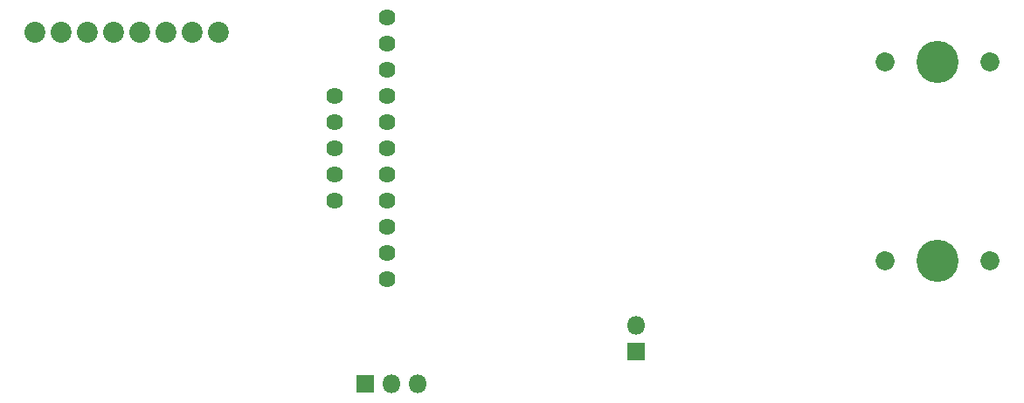
<source format=gbr>
G04 #@! TF.GenerationSoftware,KiCad,Pcbnew,(5.1.6)-1*
G04 #@! TF.CreationDate,2020-11-30T20:52:42-08:00*
G04 #@! TF.ProjectId,pcb2,70636232-2e6b-4696-9361-645f70636258,rev?*
G04 #@! TF.SameCoordinates,Original*
G04 #@! TF.FileFunction,Soldermask,Top*
G04 #@! TF.FilePolarity,Negative*
%FSLAX46Y46*%
G04 Gerber Fmt 4.6, Leading zero omitted, Abs format (unit mm)*
G04 Created by KiCad (PCBNEW (5.1.6)-1) date 2020-11-30 20:52:42*
%MOMM*%
%LPD*%
G01*
G04 APERTURE LIST*
%ADD10C,1.624000*%
%ADD11C,2.030000*%
%ADD12R,1.800000X1.800000*%
%ADD13O,1.800000X1.800000*%
%ADD14C,1.850000*%
%ADD15C,4.087800*%
G04 APERTURE END LIST*
D10*
G04 #@! TO.C,JP1*
X127000000Y-63500000D03*
X127000000Y-66040000D03*
X127000000Y-68580000D03*
X127000000Y-71120000D03*
X127000000Y-73660000D03*
X127000000Y-76200000D03*
X127000000Y-78740000D03*
X127000000Y-81280000D03*
X127000000Y-83820000D03*
X127000000Y-86360000D03*
X127000000Y-88900000D03*
G04 #@! TD*
D11*
G04 #@! TO.C,A1*
X110617000Y-64897000D03*
X108077000Y-64897000D03*
X105537000Y-64897000D03*
X102997000Y-64897000D03*
X100457000Y-64897000D03*
X97917000Y-64897000D03*
X95377000Y-64897000D03*
X92837000Y-64897000D03*
G04 #@! TD*
D12*
G04 #@! TO.C,JP2*
X151104600Y-95885000D03*
D13*
X151104600Y-93345000D03*
G04 #@! TD*
D10*
G04 #@! TO.C,JP3*
X121920000Y-71120000D03*
X121920000Y-73660000D03*
X121920000Y-76200000D03*
X121920000Y-78740000D03*
X121920000Y-81280000D03*
G04 #@! TD*
D14*
G04 #@! TO.C,SW1*
X185420000Y-67818000D03*
X175260000Y-67818000D03*
D15*
X180340000Y-67818000D03*
G04 #@! TD*
D12*
G04 #@! TO.C,SW2*
X124885401Y-99061001D03*
D13*
X127425401Y-99061001D03*
X129965401Y-99061001D03*
G04 #@! TD*
D15*
G04 #@! TO.C,SW3*
X180340000Y-87071200D03*
D14*
X175260000Y-87071200D03*
X185420000Y-87071200D03*
G04 #@! TD*
M02*

</source>
